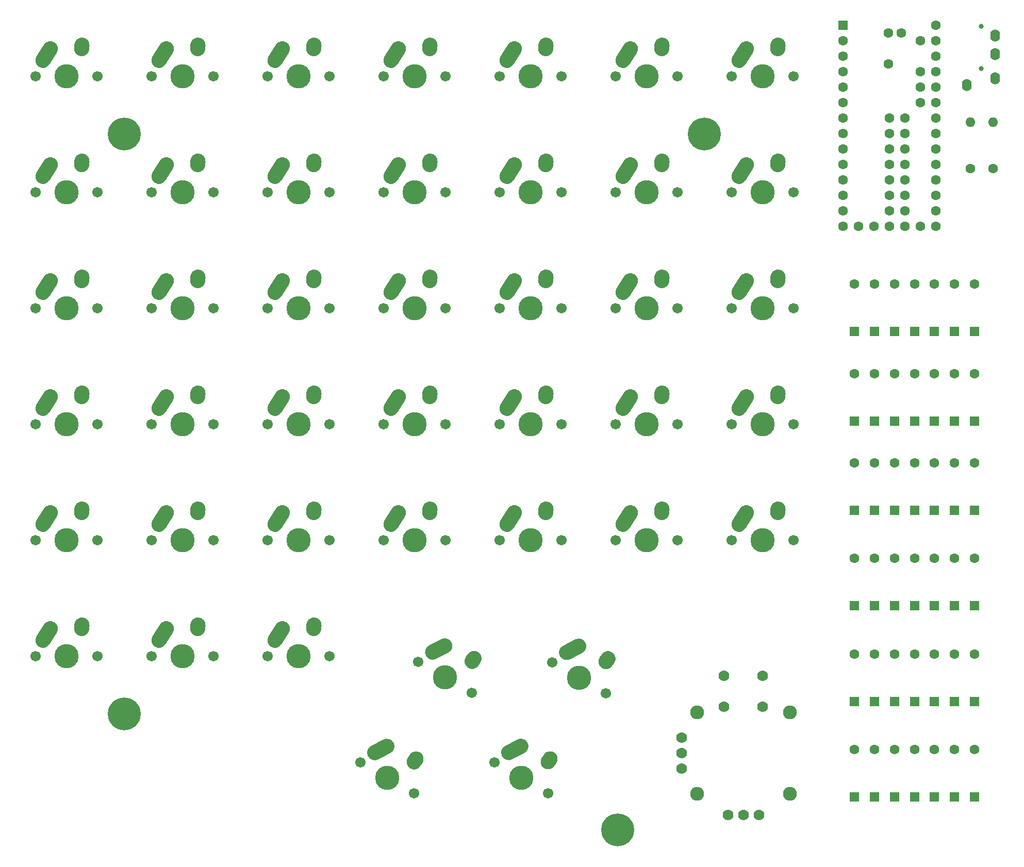
<source format=gts>
%TF.GenerationSoftware,KiCad,Pcbnew,(5.1.9)-1*%
%TF.CreationDate,2021-04-22T01:41:48-06:00*%
%TF.ProjectId,Left Keyboard,4c656674-204b-4657-9962-6f6172642e6b,rev?*%
%TF.SameCoordinates,Original*%
%TF.FileFunction,Soldermask,Top*%
%TF.FilePolarity,Negative*%
%FSLAX46Y46*%
G04 Gerber Fmt 4.6, Leading zero omitted, Abs format (unit mm)*
G04 Created by KiCad (PCBNEW (5.1.9)-1) date 2021-04-22 01:41:48*
%MOMM*%
%LPD*%
G01*
G04 APERTURE LIST*
%ADD10C,1.701800*%
%ADD11C,3.987800*%
%ADD12R,1.600000X1.600000*%
%ADD13C,1.600000*%
%ADD14O,1.600000X1.600000*%
%ADD15O,1.600000X2.000000*%
%ADD16C,0.800000*%
%ADD17C,1.778000*%
%ADD18C,2.286000*%
%ADD19C,5.400000*%
G04 APERTURE END LIST*
%TO.C,K6-2*%
G36*
G01*
X172328171Y-44776809D02*
X172367619Y-44198153D01*
G75*
G02*
X173699743Y-43036067I1247105J-85019D01*
G01*
X173699743Y-43036067D01*
G75*
G02*
X174861829Y-44368191I-85019J-1247105D01*
G01*
X174822381Y-44946847D01*
G75*
G02*
X173490257Y-46108933I-1247105J85019D01*
G01*
X173490257Y-46108933D01*
G75*
G02*
X172328171Y-44776809I85019J1247105D01*
G01*
G37*
G36*
G01*
X166161299Y-46119690D02*
X167370223Y-44222060D01*
G75*
G02*
X169096087Y-43839446I1054239J-671625D01*
G01*
X169096087Y-43839446D01*
G75*
G02*
X169478701Y-45565310I-671625J-1054239D01*
G01*
X168269777Y-47462940D01*
G75*
G02*
X166543913Y-47845554I-1054239J671625D01*
G01*
X166543913Y-47845554D01*
G75*
G02*
X166161299Y-46119690I671625J1054239D01*
G01*
G37*
D10*
X176155000Y-49362500D03*
X165995000Y-49362500D03*
D11*
X171075000Y-49362500D03*
%TD*%
D12*
%TO.C,D1-1*%
X205212500Y-72275000D03*
D13*
X205212500Y-64475000D03*
%TD*%
%TO.C,D1-2*%
X205212500Y-79162500D03*
D12*
X205212500Y-86962500D03*
%TD*%
%TO.C,D1-3*%
X205212500Y-101650000D03*
D13*
X205212500Y-93850000D03*
%TD*%
%TO.C,D1-4*%
X205212500Y-109537500D03*
D12*
X205212500Y-117337500D03*
%TD*%
%TO.C,D1-5*%
X205212500Y-133025000D03*
D13*
X205212500Y-125225000D03*
%TD*%
%TO.C,D1-6*%
X205212500Y-140912500D03*
D12*
X205212500Y-148712500D03*
%TD*%
%TO.C,D2-1*%
X208500000Y-72275000D03*
D13*
X208500000Y-64475000D03*
%TD*%
%TO.C,D2-2*%
X208500000Y-79162500D03*
D12*
X208500000Y-86962500D03*
%TD*%
%TO.C,D2-3*%
X208500000Y-101650000D03*
D13*
X208500000Y-93850000D03*
%TD*%
%TO.C,D2-4*%
X208500000Y-109537500D03*
D12*
X208500000Y-117337500D03*
%TD*%
%TO.C,D2-5*%
X208500000Y-133025000D03*
D13*
X208500000Y-125225000D03*
%TD*%
%TO.C,D2-6*%
X208500000Y-140912500D03*
D12*
X208500000Y-148712500D03*
%TD*%
%TO.C,D3-1*%
X211787500Y-72275000D03*
D13*
X211787500Y-64475000D03*
%TD*%
%TO.C,D3-2*%
X211787500Y-79162500D03*
D12*
X211787500Y-86962500D03*
%TD*%
%TO.C,D3-3*%
X211787500Y-101650000D03*
D13*
X211787500Y-93850000D03*
%TD*%
%TO.C,D3-4*%
X211787500Y-109537500D03*
D12*
X211787500Y-117337500D03*
%TD*%
%TO.C,D3-5*%
X211787500Y-133025000D03*
D13*
X211787500Y-125225000D03*
%TD*%
%TO.C,D3-6*%
X211787500Y-140912500D03*
D12*
X211787500Y-148712500D03*
%TD*%
D13*
%TO.C,D4-1*%
X215075000Y-64475000D03*
D12*
X215075000Y-72275000D03*
%TD*%
%TO.C,D4-2*%
X215075000Y-86962500D03*
D13*
X215075000Y-79162500D03*
%TD*%
D12*
%TO.C,D4-3*%
X215075000Y-101650000D03*
D13*
X215075000Y-93850000D03*
%TD*%
%TO.C,D4-4*%
X215075000Y-109537500D03*
D12*
X215075000Y-117337500D03*
%TD*%
%TO.C,D4-5*%
X215075000Y-133025000D03*
D13*
X215075000Y-125225000D03*
%TD*%
%TO.C,D4-6*%
X215075000Y-140912500D03*
D12*
X215075000Y-148712500D03*
%TD*%
D13*
%TO.C,D5-1*%
X218362500Y-64475000D03*
D12*
X218362500Y-72275000D03*
%TD*%
%TO.C,D5-2*%
X218362500Y-86962500D03*
D13*
X218362500Y-79162500D03*
%TD*%
%TO.C,D5-3*%
X218362500Y-93850000D03*
D12*
X218362500Y-101650000D03*
%TD*%
%TO.C,D5-4*%
X218362500Y-117337500D03*
D13*
X218362500Y-109537500D03*
%TD*%
%TO.C,D5-5*%
X218362500Y-125225000D03*
D12*
X218362500Y-133025000D03*
%TD*%
%TO.C,D5-6*%
X218362500Y-148712500D03*
D13*
X218362500Y-140912500D03*
%TD*%
%TO.C,D6-1*%
X221650000Y-64475000D03*
D12*
X221650000Y-72275000D03*
%TD*%
%TO.C,D6-2*%
X221650000Y-86962500D03*
D13*
X221650000Y-79162500D03*
%TD*%
%TO.C,D6-3*%
X221650000Y-93850000D03*
D12*
X221650000Y-101650000D03*
%TD*%
%TO.C,D6-4*%
X221650000Y-117337500D03*
D13*
X221650000Y-109537500D03*
%TD*%
%TO.C,D6-5*%
X221650000Y-125225000D03*
D12*
X221650000Y-133025000D03*
%TD*%
%TO.C,D6-6*%
X221650000Y-148712500D03*
D13*
X221650000Y-140912500D03*
%TD*%
%TO.C,D7-1*%
X224937500Y-64475000D03*
D12*
X224937500Y-72275000D03*
%TD*%
%TO.C,D7-2*%
X224937500Y-86962500D03*
D13*
X224937500Y-79162500D03*
%TD*%
%TO.C,D7-3*%
X224937500Y-93850000D03*
D12*
X224937500Y-101650000D03*
%TD*%
%TO.C,D7-4*%
X224937500Y-117337500D03*
D13*
X224937500Y-109537500D03*
%TD*%
%TO.C,D7-5*%
X224937500Y-125225000D03*
D12*
X224937500Y-133025000D03*
%TD*%
%TO.C,D7-6*%
X224937500Y-148712500D03*
D13*
X224937500Y-140912500D03*
%TD*%
%TO.C,K1-1*%
G36*
G01*
X77078171Y-25726809D02*
X77117619Y-25148153D01*
G75*
G02*
X78449743Y-23986067I1247105J-85019D01*
G01*
X78449743Y-23986067D01*
G75*
G02*
X79611829Y-25318191I-85019J-1247105D01*
G01*
X79572381Y-25896847D01*
G75*
G02*
X78240257Y-27058933I-1247105J85019D01*
G01*
X78240257Y-27058933D01*
G75*
G02*
X77078171Y-25726809I85019J1247105D01*
G01*
G37*
G36*
G01*
X70911299Y-27069690D02*
X72120223Y-25172060D01*
G75*
G02*
X73846087Y-24789446I1054239J-671625D01*
G01*
X73846087Y-24789446D01*
G75*
G02*
X74228701Y-26515310I-671625J-1054239D01*
G01*
X73019777Y-28412940D01*
G75*
G02*
X71293913Y-28795554I-1054239J671625D01*
G01*
X71293913Y-28795554D01*
G75*
G02*
X70911299Y-27069690I671625J1054239D01*
G01*
G37*
D10*
X80905000Y-30312500D03*
X70745000Y-30312500D03*
D11*
X75825000Y-30312500D03*
%TD*%
%TO.C,K1-2*%
X75825000Y-49362500D03*
D10*
X70745000Y-49362500D03*
X80905000Y-49362500D03*
G36*
G01*
X70911299Y-46119690D02*
X72120223Y-44222060D01*
G75*
G02*
X73846087Y-43839446I1054239J-671625D01*
G01*
X73846087Y-43839446D01*
G75*
G02*
X74228701Y-45565310I-671625J-1054239D01*
G01*
X73019777Y-47462940D01*
G75*
G02*
X71293913Y-47845554I-1054239J671625D01*
G01*
X71293913Y-47845554D01*
G75*
G02*
X70911299Y-46119690I671625J1054239D01*
G01*
G37*
G36*
G01*
X77078171Y-44776809D02*
X77117619Y-44198153D01*
G75*
G02*
X78449743Y-43036067I1247105J-85019D01*
G01*
X78449743Y-43036067D01*
G75*
G02*
X79611829Y-44368191I-85019J-1247105D01*
G01*
X79572381Y-44946847D01*
G75*
G02*
X78240257Y-46108933I-1247105J85019D01*
G01*
X78240257Y-46108933D01*
G75*
G02*
X77078171Y-44776809I85019J1247105D01*
G01*
G37*
%TD*%
D11*
%TO.C,K1-3*%
X75825000Y-68412500D03*
D10*
X70745000Y-68412500D03*
X80905000Y-68412500D03*
G36*
G01*
X70911299Y-65169690D02*
X72120223Y-63272060D01*
G75*
G02*
X73846087Y-62889446I1054239J-671625D01*
G01*
X73846087Y-62889446D01*
G75*
G02*
X74228701Y-64615310I-671625J-1054239D01*
G01*
X73019777Y-66512940D01*
G75*
G02*
X71293913Y-66895554I-1054239J671625D01*
G01*
X71293913Y-66895554D01*
G75*
G02*
X70911299Y-65169690I671625J1054239D01*
G01*
G37*
G36*
G01*
X77078171Y-63826809D02*
X77117619Y-63248153D01*
G75*
G02*
X78449743Y-62086067I1247105J-85019D01*
G01*
X78449743Y-62086067D01*
G75*
G02*
X79611829Y-63418191I-85019J-1247105D01*
G01*
X79572381Y-63996847D01*
G75*
G02*
X78240257Y-65158933I-1247105J85019D01*
G01*
X78240257Y-65158933D01*
G75*
G02*
X77078171Y-63826809I85019J1247105D01*
G01*
G37*
%TD*%
%TO.C,K1-4*%
G36*
G01*
X77078171Y-82876809D02*
X77117619Y-82298153D01*
G75*
G02*
X78449743Y-81136067I1247105J-85019D01*
G01*
X78449743Y-81136067D01*
G75*
G02*
X79611829Y-82468191I-85019J-1247105D01*
G01*
X79572381Y-83046847D01*
G75*
G02*
X78240257Y-84208933I-1247105J85019D01*
G01*
X78240257Y-84208933D01*
G75*
G02*
X77078171Y-82876809I85019J1247105D01*
G01*
G37*
G36*
G01*
X70911299Y-84219690D02*
X72120223Y-82322060D01*
G75*
G02*
X73846087Y-81939446I1054239J-671625D01*
G01*
X73846087Y-81939446D01*
G75*
G02*
X74228701Y-83665310I-671625J-1054239D01*
G01*
X73019777Y-85562940D01*
G75*
G02*
X71293913Y-85945554I-1054239J671625D01*
G01*
X71293913Y-85945554D01*
G75*
G02*
X70911299Y-84219690I671625J1054239D01*
G01*
G37*
X80905000Y-87462500D03*
X70745000Y-87462500D03*
D11*
X75825000Y-87462500D03*
%TD*%
%TO.C,K1-5*%
G36*
G01*
X77078171Y-101926809D02*
X77117619Y-101348153D01*
G75*
G02*
X78449743Y-100186067I1247105J-85019D01*
G01*
X78449743Y-100186067D01*
G75*
G02*
X79611829Y-101518191I-85019J-1247105D01*
G01*
X79572381Y-102096847D01*
G75*
G02*
X78240257Y-103258933I-1247105J85019D01*
G01*
X78240257Y-103258933D01*
G75*
G02*
X77078171Y-101926809I85019J1247105D01*
G01*
G37*
G36*
G01*
X70911299Y-103269690D02*
X72120223Y-101372060D01*
G75*
G02*
X73846087Y-100989446I1054239J-671625D01*
G01*
X73846087Y-100989446D01*
G75*
G02*
X74228701Y-102715310I-671625J-1054239D01*
G01*
X73019777Y-104612940D01*
G75*
G02*
X71293913Y-104995554I-1054239J671625D01*
G01*
X71293913Y-104995554D01*
G75*
G02*
X70911299Y-103269690I671625J1054239D01*
G01*
G37*
D10*
X80905000Y-106512500D03*
X70745000Y-106512500D03*
D11*
X75825000Y-106512500D03*
%TD*%
%TO.C,K1-6*%
X75825000Y-125562500D03*
D10*
X70745000Y-125562500D03*
X80905000Y-125562500D03*
G36*
G01*
X70911299Y-122319690D02*
X72120223Y-120422060D01*
G75*
G02*
X73846087Y-120039446I1054239J-671625D01*
G01*
X73846087Y-120039446D01*
G75*
G02*
X74228701Y-121765310I-671625J-1054239D01*
G01*
X73019777Y-123662940D01*
G75*
G02*
X71293913Y-124045554I-1054239J671625D01*
G01*
X71293913Y-124045554D01*
G75*
G02*
X70911299Y-122319690I671625J1054239D01*
G01*
G37*
G36*
G01*
X77078171Y-120976809D02*
X77117619Y-120398153D01*
G75*
G02*
X78449743Y-119236067I1247105J-85019D01*
G01*
X78449743Y-119236067D01*
G75*
G02*
X79611829Y-120568191I-85019J-1247105D01*
G01*
X79572381Y-121146847D01*
G75*
G02*
X78240257Y-122308933I-1247105J85019D01*
G01*
X78240257Y-122308933D01*
G75*
G02*
X77078171Y-120976809I85019J1247105D01*
G01*
G37*
%TD*%
%TO.C,K2-1*%
G36*
G01*
X96128171Y-25726809D02*
X96167619Y-25148153D01*
G75*
G02*
X97499743Y-23986067I1247105J-85019D01*
G01*
X97499743Y-23986067D01*
G75*
G02*
X98661829Y-25318191I-85019J-1247105D01*
G01*
X98622381Y-25896847D01*
G75*
G02*
X97290257Y-27058933I-1247105J85019D01*
G01*
X97290257Y-27058933D01*
G75*
G02*
X96128171Y-25726809I85019J1247105D01*
G01*
G37*
G36*
G01*
X89961299Y-27069690D02*
X91170223Y-25172060D01*
G75*
G02*
X92896087Y-24789446I1054239J-671625D01*
G01*
X92896087Y-24789446D01*
G75*
G02*
X93278701Y-26515310I-671625J-1054239D01*
G01*
X92069777Y-28412940D01*
G75*
G02*
X90343913Y-28795554I-1054239J671625D01*
G01*
X90343913Y-28795554D01*
G75*
G02*
X89961299Y-27069690I671625J1054239D01*
G01*
G37*
X99955000Y-30312500D03*
X89795000Y-30312500D03*
D11*
X94875000Y-30312500D03*
%TD*%
%TO.C,K2-2*%
X94875000Y-49362500D03*
D10*
X89795000Y-49362500D03*
X99955000Y-49362500D03*
G36*
G01*
X89961299Y-46119690D02*
X91170223Y-44222060D01*
G75*
G02*
X92896087Y-43839446I1054239J-671625D01*
G01*
X92896087Y-43839446D01*
G75*
G02*
X93278701Y-45565310I-671625J-1054239D01*
G01*
X92069777Y-47462940D01*
G75*
G02*
X90343913Y-47845554I-1054239J671625D01*
G01*
X90343913Y-47845554D01*
G75*
G02*
X89961299Y-46119690I671625J1054239D01*
G01*
G37*
G36*
G01*
X96128171Y-44776809D02*
X96167619Y-44198153D01*
G75*
G02*
X97499743Y-43036067I1247105J-85019D01*
G01*
X97499743Y-43036067D01*
G75*
G02*
X98661829Y-44368191I-85019J-1247105D01*
G01*
X98622381Y-44946847D01*
G75*
G02*
X97290257Y-46108933I-1247105J85019D01*
G01*
X97290257Y-46108933D01*
G75*
G02*
X96128171Y-44776809I85019J1247105D01*
G01*
G37*
%TD*%
%TO.C,K2-3*%
G36*
G01*
X96128171Y-63826809D02*
X96167619Y-63248153D01*
G75*
G02*
X97499743Y-62086067I1247105J-85019D01*
G01*
X97499743Y-62086067D01*
G75*
G02*
X98661829Y-63418191I-85019J-1247105D01*
G01*
X98622381Y-63996847D01*
G75*
G02*
X97290257Y-65158933I-1247105J85019D01*
G01*
X97290257Y-65158933D01*
G75*
G02*
X96128171Y-63826809I85019J1247105D01*
G01*
G37*
G36*
G01*
X89961299Y-65169690D02*
X91170223Y-63272060D01*
G75*
G02*
X92896087Y-62889446I1054239J-671625D01*
G01*
X92896087Y-62889446D01*
G75*
G02*
X93278701Y-64615310I-671625J-1054239D01*
G01*
X92069777Y-66512940D01*
G75*
G02*
X90343913Y-66895554I-1054239J671625D01*
G01*
X90343913Y-66895554D01*
G75*
G02*
X89961299Y-65169690I671625J1054239D01*
G01*
G37*
X99955000Y-68412500D03*
X89795000Y-68412500D03*
D11*
X94875000Y-68412500D03*
%TD*%
%TO.C,K2-4*%
X94875000Y-87462500D03*
D10*
X89795000Y-87462500D03*
X99955000Y-87462500D03*
G36*
G01*
X89961299Y-84219690D02*
X91170223Y-82322060D01*
G75*
G02*
X92896087Y-81939446I1054239J-671625D01*
G01*
X92896087Y-81939446D01*
G75*
G02*
X93278701Y-83665310I-671625J-1054239D01*
G01*
X92069777Y-85562940D01*
G75*
G02*
X90343913Y-85945554I-1054239J671625D01*
G01*
X90343913Y-85945554D01*
G75*
G02*
X89961299Y-84219690I671625J1054239D01*
G01*
G37*
G36*
G01*
X96128171Y-82876809D02*
X96167619Y-82298153D01*
G75*
G02*
X97499743Y-81136067I1247105J-85019D01*
G01*
X97499743Y-81136067D01*
G75*
G02*
X98661829Y-82468191I-85019J-1247105D01*
G01*
X98622381Y-83046847D01*
G75*
G02*
X97290257Y-84208933I-1247105J85019D01*
G01*
X97290257Y-84208933D01*
G75*
G02*
X96128171Y-82876809I85019J1247105D01*
G01*
G37*
%TD*%
%TO.C,K2-5*%
G36*
G01*
X96128171Y-101926809D02*
X96167619Y-101348153D01*
G75*
G02*
X97499743Y-100186067I1247105J-85019D01*
G01*
X97499743Y-100186067D01*
G75*
G02*
X98661829Y-101518191I-85019J-1247105D01*
G01*
X98622381Y-102096847D01*
G75*
G02*
X97290257Y-103258933I-1247105J85019D01*
G01*
X97290257Y-103258933D01*
G75*
G02*
X96128171Y-101926809I85019J1247105D01*
G01*
G37*
G36*
G01*
X89961299Y-103269690D02*
X91170223Y-101372060D01*
G75*
G02*
X92896087Y-100989446I1054239J-671625D01*
G01*
X92896087Y-100989446D01*
G75*
G02*
X93278701Y-102715310I-671625J-1054239D01*
G01*
X92069777Y-104612940D01*
G75*
G02*
X90343913Y-104995554I-1054239J671625D01*
G01*
X90343913Y-104995554D01*
G75*
G02*
X89961299Y-103269690I671625J1054239D01*
G01*
G37*
X99955000Y-106512500D03*
X89795000Y-106512500D03*
D11*
X94875000Y-106512500D03*
%TD*%
%TO.C,K2-6*%
X94875000Y-125562500D03*
D10*
X89795000Y-125562500D03*
X99955000Y-125562500D03*
G36*
G01*
X89961299Y-122319690D02*
X91170223Y-120422060D01*
G75*
G02*
X92896087Y-120039446I1054239J-671625D01*
G01*
X92896087Y-120039446D01*
G75*
G02*
X93278701Y-121765310I-671625J-1054239D01*
G01*
X92069777Y-123662940D01*
G75*
G02*
X90343913Y-124045554I-1054239J671625D01*
G01*
X90343913Y-124045554D01*
G75*
G02*
X89961299Y-122319690I671625J1054239D01*
G01*
G37*
G36*
G01*
X96128171Y-120976809D02*
X96167619Y-120398153D01*
G75*
G02*
X97499743Y-119236067I1247105J-85019D01*
G01*
X97499743Y-119236067D01*
G75*
G02*
X98661829Y-120568191I-85019J-1247105D01*
G01*
X98622381Y-121146847D01*
G75*
G02*
X97290257Y-122308933I-1247105J85019D01*
G01*
X97290257Y-122308933D01*
G75*
G02*
X96128171Y-120976809I85019J1247105D01*
G01*
G37*
%TD*%
D11*
%TO.C,K3-1*%
X113925000Y-30312500D03*
D10*
X108845000Y-30312500D03*
X119005000Y-30312500D03*
G36*
G01*
X109011299Y-27069690D02*
X110220223Y-25172060D01*
G75*
G02*
X111946087Y-24789446I1054239J-671625D01*
G01*
X111946087Y-24789446D01*
G75*
G02*
X112328701Y-26515310I-671625J-1054239D01*
G01*
X111119777Y-28412940D01*
G75*
G02*
X109393913Y-28795554I-1054239J671625D01*
G01*
X109393913Y-28795554D01*
G75*
G02*
X109011299Y-27069690I671625J1054239D01*
G01*
G37*
G36*
G01*
X115178171Y-25726809D02*
X115217619Y-25148153D01*
G75*
G02*
X116549743Y-23986067I1247105J-85019D01*
G01*
X116549743Y-23986067D01*
G75*
G02*
X117711829Y-25318191I-85019J-1247105D01*
G01*
X117672381Y-25896847D01*
G75*
G02*
X116340257Y-27058933I-1247105J85019D01*
G01*
X116340257Y-27058933D01*
G75*
G02*
X115178171Y-25726809I85019J1247105D01*
G01*
G37*
%TD*%
D11*
%TO.C,K3-2*%
X113925000Y-49362500D03*
D10*
X108845000Y-49362500D03*
X119005000Y-49362500D03*
G36*
G01*
X109011299Y-46119690D02*
X110220223Y-44222060D01*
G75*
G02*
X111946087Y-43839446I1054239J-671625D01*
G01*
X111946087Y-43839446D01*
G75*
G02*
X112328701Y-45565310I-671625J-1054239D01*
G01*
X111119777Y-47462940D01*
G75*
G02*
X109393913Y-47845554I-1054239J671625D01*
G01*
X109393913Y-47845554D01*
G75*
G02*
X109011299Y-46119690I671625J1054239D01*
G01*
G37*
G36*
G01*
X115178171Y-44776809D02*
X115217619Y-44198153D01*
G75*
G02*
X116549743Y-43036067I1247105J-85019D01*
G01*
X116549743Y-43036067D01*
G75*
G02*
X117711829Y-44368191I-85019J-1247105D01*
G01*
X117672381Y-44946847D01*
G75*
G02*
X116340257Y-46108933I-1247105J85019D01*
G01*
X116340257Y-46108933D01*
G75*
G02*
X115178171Y-44776809I85019J1247105D01*
G01*
G37*
%TD*%
%TO.C,K3-3*%
G36*
G01*
X115178171Y-63826809D02*
X115217619Y-63248153D01*
G75*
G02*
X116549743Y-62086067I1247105J-85019D01*
G01*
X116549743Y-62086067D01*
G75*
G02*
X117711829Y-63418191I-85019J-1247105D01*
G01*
X117672381Y-63996847D01*
G75*
G02*
X116340257Y-65158933I-1247105J85019D01*
G01*
X116340257Y-65158933D01*
G75*
G02*
X115178171Y-63826809I85019J1247105D01*
G01*
G37*
G36*
G01*
X109011299Y-65169690D02*
X110220223Y-63272060D01*
G75*
G02*
X111946087Y-62889446I1054239J-671625D01*
G01*
X111946087Y-62889446D01*
G75*
G02*
X112328701Y-64615310I-671625J-1054239D01*
G01*
X111119777Y-66512940D01*
G75*
G02*
X109393913Y-66895554I-1054239J671625D01*
G01*
X109393913Y-66895554D01*
G75*
G02*
X109011299Y-65169690I671625J1054239D01*
G01*
G37*
X119005000Y-68412500D03*
X108845000Y-68412500D03*
D11*
X113925000Y-68412500D03*
%TD*%
%TO.C,K3-4*%
X113925000Y-87462500D03*
D10*
X108845000Y-87462500D03*
X119005000Y-87462500D03*
G36*
G01*
X109011299Y-84219690D02*
X110220223Y-82322060D01*
G75*
G02*
X111946087Y-81939446I1054239J-671625D01*
G01*
X111946087Y-81939446D01*
G75*
G02*
X112328701Y-83665310I-671625J-1054239D01*
G01*
X111119777Y-85562940D01*
G75*
G02*
X109393913Y-85945554I-1054239J671625D01*
G01*
X109393913Y-85945554D01*
G75*
G02*
X109011299Y-84219690I671625J1054239D01*
G01*
G37*
G36*
G01*
X115178171Y-82876809D02*
X115217619Y-82298153D01*
G75*
G02*
X116549743Y-81136067I1247105J-85019D01*
G01*
X116549743Y-81136067D01*
G75*
G02*
X117711829Y-82468191I-85019J-1247105D01*
G01*
X117672381Y-83046847D01*
G75*
G02*
X116340257Y-84208933I-1247105J85019D01*
G01*
X116340257Y-84208933D01*
G75*
G02*
X115178171Y-82876809I85019J1247105D01*
G01*
G37*
%TD*%
%TO.C,K3-5*%
G36*
G01*
X115178171Y-101926809D02*
X115217619Y-101348153D01*
G75*
G02*
X116549743Y-100186067I1247105J-85019D01*
G01*
X116549743Y-100186067D01*
G75*
G02*
X117711829Y-101518191I-85019J-1247105D01*
G01*
X117672381Y-102096847D01*
G75*
G02*
X116340257Y-103258933I-1247105J85019D01*
G01*
X116340257Y-103258933D01*
G75*
G02*
X115178171Y-101926809I85019J1247105D01*
G01*
G37*
G36*
G01*
X109011299Y-103269690D02*
X110220223Y-101372060D01*
G75*
G02*
X111946087Y-100989446I1054239J-671625D01*
G01*
X111946087Y-100989446D01*
G75*
G02*
X112328701Y-102715310I-671625J-1054239D01*
G01*
X111119777Y-104612940D01*
G75*
G02*
X109393913Y-104995554I-1054239J671625D01*
G01*
X109393913Y-104995554D01*
G75*
G02*
X109011299Y-103269690I671625J1054239D01*
G01*
G37*
X119005000Y-106512500D03*
X108845000Y-106512500D03*
D11*
X113925000Y-106512500D03*
%TD*%
%TO.C,K3-6*%
X113925000Y-125562500D03*
D10*
X108845000Y-125562500D03*
X119005000Y-125562500D03*
G36*
G01*
X109011299Y-122319690D02*
X110220223Y-120422060D01*
G75*
G02*
X111946087Y-120039446I1054239J-671625D01*
G01*
X111946087Y-120039446D01*
G75*
G02*
X112328701Y-121765310I-671625J-1054239D01*
G01*
X111119777Y-123662940D01*
G75*
G02*
X109393913Y-124045554I-1054239J671625D01*
G01*
X109393913Y-124045554D01*
G75*
G02*
X109011299Y-122319690I671625J1054239D01*
G01*
G37*
G36*
G01*
X115178171Y-120976809D02*
X115217619Y-120398153D01*
G75*
G02*
X116549743Y-119236067I1247105J-85019D01*
G01*
X116549743Y-119236067D01*
G75*
G02*
X117711829Y-120568191I-85019J-1247105D01*
G01*
X117672381Y-121146847D01*
G75*
G02*
X116340257Y-122308933I-1247105J85019D01*
G01*
X116340257Y-122308933D01*
G75*
G02*
X115178171Y-120976809I85019J1247105D01*
G01*
G37*
%TD*%
%TO.C,K4-1*%
G36*
G01*
X134228171Y-25726809D02*
X134267619Y-25148153D01*
G75*
G02*
X135599743Y-23986067I1247105J-85019D01*
G01*
X135599743Y-23986067D01*
G75*
G02*
X136761829Y-25318191I-85019J-1247105D01*
G01*
X136722381Y-25896847D01*
G75*
G02*
X135390257Y-27058933I-1247105J85019D01*
G01*
X135390257Y-27058933D01*
G75*
G02*
X134228171Y-25726809I85019J1247105D01*
G01*
G37*
G36*
G01*
X128061299Y-27069690D02*
X129270223Y-25172060D01*
G75*
G02*
X130996087Y-24789446I1054239J-671625D01*
G01*
X130996087Y-24789446D01*
G75*
G02*
X131378701Y-26515310I-671625J-1054239D01*
G01*
X130169777Y-28412940D01*
G75*
G02*
X128443913Y-28795554I-1054239J671625D01*
G01*
X128443913Y-28795554D01*
G75*
G02*
X128061299Y-27069690I671625J1054239D01*
G01*
G37*
X138055000Y-30312500D03*
X127895000Y-30312500D03*
D11*
X132975000Y-30312500D03*
%TD*%
%TO.C,K4-2*%
X132975000Y-49362500D03*
D10*
X127895000Y-49362500D03*
X138055000Y-49362500D03*
G36*
G01*
X128061299Y-46119690D02*
X129270223Y-44222060D01*
G75*
G02*
X130996087Y-43839446I1054239J-671625D01*
G01*
X130996087Y-43839446D01*
G75*
G02*
X131378701Y-45565310I-671625J-1054239D01*
G01*
X130169777Y-47462940D01*
G75*
G02*
X128443913Y-47845554I-1054239J671625D01*
G01*
X128443913Y-47845554D01*
G75*
G02*
X128061299Y-46119690I671625J1054239D01*
G01*
G37*
G36*
G01*
X134228171Y-44776809D02*
X134267619Y-44198153D01*
G75*
G02*
X135599743Y-43036067I1247105J-85019D01*
G01*
X135599743Y-43036067D01*
G75*
G02*
X136761829Y-44368191I-85019J-1247105D01*
G01*
X136722381Y-44946847D01*
G75*
G02*
X135390257Y-46108933I-1247105J85019D01*
G01*
X135390257Y-46108933D01*
G75*
G02*
X134228171Y-44776809I85019J1247105D01*
G01*
G37*
%TD*%
%TO.C,K4-3*%
G36*
G01*
X134228171Y-63826809D02*
X134267619Y-63248153D01*
G75*
G02*
X135599743Y-62086067I1247105J-85019D01*
G01*
X135599743Y-62086067D01*
G75*
G02*
X136761829Y-63418191I-85019J-1247105D01*
G01*
X136722381Y-63996847D01*
G75*
G02*
X135390257Y-65158933I-1247105J85019D01*
G01*
X135390257Y-65158933D01*
G75*
G02*
X134228171Y-63826809I85019J1247105D01*
G01*
G37*
G36*
G01*
X128061299Y-65169690D02*
X129270223Y-63272060D01*
G75*
G02*
X130996087Y-62889446I1054239J-671625D01*
G01*
X130996087Y-62889446D01*
G75*
G02*
X131378701Y-64615310I-671625J-1054239D01*
G01*
X130169777Y-66512940D01*
G75*
G02*
X128443913Y-66895554I-1054239J671625D01*
G01*
X128443913Y-66895554D01*
G75*
G02*
X128061299Y-65169690I671625J1054239D01*
G01*
G37*
X138055000Y-68412500D03*
X127895000Y-68412500D03*
D11*
X132975000Y-68412500D03*
%TD*%
%TO.C,K4-4*%
X132975000Y-87462500D03*
D10*
X127895000Y-87462500D03*
X138055000Y-87462500D03*
G36*
G01*
X128061299Y-84219690D02*
X129270223Y-82322060D01*
G75*
G02*
X130996087Y-81939446I1054239J-671625D01*
G01*
X130996087Y-81939446D01*
G75*
G02*
X131378701Y-83665310I-671625J-1054239D01*
G01*
X130169777Y-85562940D01*
G75*
G02*
X128443913Y-85945554I-1054239J671625D01*
G01*
X128443913Y-85945554D01*
G75*
G02*
X128061299Y-84219690I671625J1054239D01*
G01*
G37*
G36*
G01*
X134228171Y-82876809D02*
X134267619Y-82298153D01*
G75*
G02*
X135599743Y-81136067I1247105J-85019D01*
G01*
X135599743Y-81136067D01*
G75*
G02*
X136761829Y-82468191I-85019J-1247105D01*
G01*
X136722381Y-83046847D01*
G75*
G02*
X135390257Y-84208933I-1247105J85019D01*
G01*
X135390257Y-84208933D01*
G75*
G02*
X134228171Y-82876809I85019J1247105D01*
G01*
G37*
%TD*%
%TO.C,K4-5*%
G36*
G01*
X134228171Y-101926809D02*
X134267619Y-101348153D01*
G75*
G02*
X135599743Y-100186067I1247105J-85019D01*
G01*
X135599743Y-100186067D01*
G75*
G02*
X136761829Y-101518191I-85019J-1247105D01*
G01*
X136722381Y-102096847D01*
G75*
G02*
X135390257Y-103258933I-1247105J85019D01*
G01*
X135390257Y-103258933D01*
G75*
G02*
X134228171Y-101926809I85019J1247105D01*
G01*
G37*
G36*
G01*
X128061299Y-103269690D02*
X129270223Y-101372060D01*
G75*
G02*
X130996087Y-100989446I1054239J-671625D01*
G01*
X130996087Y-100989446D01*
G75*
G02*
X131378701Y-102715310I-671625J-1054239D01*
G01*
X130169777Y-104612940D01*
G75*
G02*
X128443913Y-104995554I-1054239J671625D01*
G01*
X128443913Y-104995554D01*
G75*
G02*
X128061299Y-103269690I671625J1054239D01*
G01*
G37*
X138055000Y-106512500D03*
X127895000Y-106512500D03*
D11*
X132975000Y-106512500D03*
%TD*%
%TO.C,K4-6*%
X138012500Y-129100000D03*
D10*
X133613091Y-126560000D03*
X142411909Y-131640000D03*
G36*
G01*
X135378514Y-123834794D02*
X137374288Y-122795860D01*
G75*
G02*
X139060238Y-123327438I577186J-1108764D01*
G01*
X139060238Y-123327438D01*
G75*
G02*
X138528660Y-125013388I-1108764J-577186D01*
G01*
X136532886Y-126052322D01*
G75*
G02*
X134846936Y-125520744I-577186J1108764D01*
G01*
X134846936Y-125520744D01*
G75*
G02*
X135378514Y-123834794I1108764J577186D01*
G01*
G37*
G36*
G01*
X141390623Y-125755261D02*
X141714115Y-125273853D01*
G75*
G02*
X143448811Y-124933519I1037515J-697181D01*
G01*
X143448811Y-124933519D01*
G75*
G02*
X143789145Y-126668215I-697181J-1037515D01*
G01*
X143465653Y-127149623D01*
G75*
G02*
X141730957Y-127489957I-1037515J697181D01*
G01*
X141730957Y-127489957D01*
G75*
G02*
X141390623Y-125755261I697181J1037515D01*
G01*
G37*
%TD*%
%TO.C,K5-1*%
G36*
G01*
X153278171Y-25726809D02*
X153317619Y-25148153D01*
G75*
G02*
X154649743Y-23986067I1247105J-85019D01*
G01*
X154649743Y-23986067D01*
G75*
G02*
X155811829Y-25318191I-85019J-1247105D01*
G01*
X155772381Y-25896847D01*
G75*
G02*
X154440257Y-27058933I-1247105J85019D01*
G01*
X154440257Y-27058933D01*
G75*
G02*
X153278171Y-25726809I85019J1247105D01*
G01*
G37*
G36*
G01*
X147111299Y-27069690D02*
X148320223Y-25172060D01*
G75*
G02*
X150046087Y-24789446I1054239J-671625D01*
G01*
X150046087Y-24789446D01*
G75*
G02*
X150428701Y-26515310I-671625J-1054239D01*
G01*
X149219777Y-28412940D01*
G75*
G02*
X147493913Y-28795554I-1054239J671625D01*
G01*
X147493913Y-28795554D01*
G75*
G02*
X147111299Y-27069690I671625J1054239D01*
G01*
G37*
X157105000Y-30312500D03*
X146945000Y-30312500D03*
D11*
X152025000Y-30312500D03*
%TD*%
%TO.C,K5-2*%
X152025000Y-49362500D03*
D10*
X146945000Y-49362500D03*
X157105000Y-49362500D03*
G36*
G01*
X147111299Y-46119690D02*
X148320223Y-44222060D01*
G75*
G02*
X150046087Y-43839446I1054239J-671625D01*
G01*
X150046087Y-43839446D01*
G75*
G02*
X150428701Y-45565310I-671625J-1054239D01*
G01*
X149219777Y-47462940D01*
G75*
G02*
X147493913Y-47845554I-1054239J671625D01*
G01*
X147493913Y-47845554D01*
G75*
G02*
X147111299Y-46119690I671625J1054239D01*
G01*
G37*
G36*
G01*
X153278171Y-44776809D02*
X153317619Y-44198153D01*
G75*
G02*
X154649743Y-43036067I1247105J-85019D01*
G01*
X154649743Y-43036067D01*
G75*
G02*
X155811829Y-44368191I-85019J-1247105D01*
G01*
X155772381Y-44946847D01*
G75*
G02*
X154440257Y-46108933I-1247105J85019D01*
G01*
X154440257Y-46108933D01*
G75*
G02*
X153278171Y-44776809I85019J1247105D01*
G01*
G37*
%TD*%
%TO.C,K5-3*%
G36*
G01*
X153278171Y-63826809D02*
X153317619Y-63248153D01*
G75*
G02*
X154649743Y-62086067I1247105J-85019D01*
G01*
X154649743Y-62086067D01*
G75*
G02*
X155811829Y-63418191I-85019J-1247105D01*
G01*
X155772381Y-63996847D01*
G75*
G02*
X154440257Y-65158933I-1247105J85019D01*
G01*
X154440257Y-65158933D01*
G75*
G02*
X153278171Y-63826809I85019J1247105D01*
G01*
G37*
G36*
G01*
X147111299Y-65169690D02*
X148320223Y-63272060D01*
G75*
G02*
X150046087Y-62889446I1054239J-671625D01*
G01*
X150046087Y-62889446D01*
G75*
G02*
X150428701Y-64615310I-671625J-1054239D01*
G01*
X149219777Y-66512940D01*
G75*
G02*
X147493913Y-66895554I-1054239J671625D01*
G01*
X147493913Y-66895554D01*
G75*
G02*
X147111299Y-65169690I671625J1054239D01*
G01*
G37*
X157105000Y-68412500D03*
X146945000Y-68412500D03*
D11*
X152025000Y-68412500D03*
%TD*%
%TO.C,K5-4*%
G36*
G01*
X153278171Y-82876809D02*
X153317619Y-82298153D01*
G75*
G02*
X154649743Y-81136067I1247105J-85019D01*
G01*
X154649743Y-81136067D01*
G75*
G02*
X155811829Y-82468191I-85019J-1247105D01*
G01*
X155772381Y-83046847D01*
G75*
G02*
X154440257Y-84208933I-1247105J85019D01*
G01*
X154440257Y-84208933D01*
G75*
G02*
X153278171Y-82876809I85019J1247105D01*
G01*
G37*
G36*
G01*
X147111299Y-84219690D02*
X148320223Y-82322060D01*
G75*
G02*
X150046087Y-81939446I1054239J-671625D01*
G01*
X150046087Y-81939446D01*
G75*
G02*
X150428701Y-83665310I-671625J-1054239D01*
G01*
X149219777Y-85562940D01*
G75*
G02*
X147493913Y-85945554I-1054239J671625D01*
G01*
X147493913Y-85945554D01*
G75*
G02*
X147111299Y-84219690I671625J1054239D01*
G01*
G37*
D10*
X157105000Y-87462500D03*
X146945000Y-87462500D03*
D11*
X152025000Y-87462500D03*
%TD*%
%TO.C,K5-5*%
X152025000Y-106512500D03*
D10*
X146945000Y-106512500D03*
X157105000Y-106512500D03*
G36*
G01*
X147111299Y-103269690D02*
X148320223Y-101372060D01*
G75*
G02*
X150046087Y-100989446I1054239J-671625D01*
G01*
X150046087Y-100989446D01*
G75*
G02*
X150428701Y-102715310I-671625J-1054239D01*
G01*
X149219777Y-104612940D01*
G75*
G02*
X147493913Y-104995554I-1054239J671625D01*
G01*
X147493913Y-104995554D01*
G75*
G02*
X147111299Y-103269690I671625J1054239D01*
G01*
G37*
G36*
G01*
X153278171Y-101926809D02*
X153317619Y-101348153D01*
G75*
G02*
X154649743Y-100186067I1247105J-85019D01*
G01*
X154649743Y-100186067D01*
G75*
G02*
X155811829Y-101518191I-85019J-1247105D01*
G01*
X155772381Y-102096847D01*
G75*
G02*
X154440257Y-103258933I-1247105J85019D01*
G01*
X154440257Y-103258933D01*
G75*
G02*
X153278171Y-101926809I85019J1247105D01*
G01*
G37*
%TD*%
%TO.C,K5-6*%
G36*
G01*
X131878123Y-142265261D02*
X132201615Y-141783853D01*
G75*
G02*
X133936311Y-141443519I1037515J-697181D01*
G01*
X133936311Y-141443519D01*
G75*
G02*
X134276645Y-143178215I-697181J-1037515D01*
G01*
X133953153Y-143659623D01*
G75*
G02*
X132218457Y-143999957I-1037515J697181D01*
G01*
X132218457Y-143999957D01*
G75*
G02*
X131878123Y-142265261I697181J1037515D01*
G01*
G37*
G36*
G01*
X125866014Y-140344794D02*
X127861788Y-139305860D01*
G75*
G02*
X129547738Y-139837438I577186J-1108764D01*
G01*
X129547738Y-139837438D01*
G75*
G02*
X129016160Y-141523388I-1108764J-577186D01*
G01*
X127020386Y-142562322D01*
G75*
G02*
X125334436Y-142030744I-577186J1108764D01*
G01*
X125334436Y-142030744D01*
G75*
G02*
X125866014Y-140344794I1108764J577186D01*
G01*
G37*
X132899409Y-148150000D03*
X124100591Y-143070000D03*
D11*
X128500000Y-145610000D03*
%TD*%
%TO.C,K6-1*%
X171075000Y-30312500D03*
D10*
X165995000Y-30312500D03*
X176155000Y-30312500D03*
G36*
G01*
X166161299Y-27069690D02*
X167370223Y-25172060D01*
G75*
G02*
X169096087Y-24789446I1054239J-671625D01*
G01*
X169096087Y-24789446D01*
G75*
G02*
X169478701Y-26515310I-671625J-1054239D01*
G01*
X168269777Y-28412940D01*
G75*
G02*
X166543913Y-28795554I-1054239J671625D01*
G01*
X166543913Y-28795554D01*
G75*
G02*
X166161299Y-27069690I671625J1054239D01*
G01*
G37*
G36*
G01*
X172328171Y-25726809D02*
X172367619Y-25148153D01*
G75*
G02*
X173699743Y-23986067I1247105J-85019D01*
G01*
X173699743Y-23986067D01*
G75*
G02*
X174861829Y-25318191I-85019J-1247105D01*
G01*
X174822381Y-25896847D01*
G75*
G02*
X173490257Y-27058933I-1247105J85019D01*
G01*
X173490257Y-27058933D01*
G75*
G02*
X172328171Y-25726809I85019J1247105D01*
G01*
G37*
%TD*%
D11*
%TO.C,K6-3*%
X171075000Y-68412500D03*
D10*
X165995000Y-68412500D03*
X176155000Y-68412500D03*
G36*
G01*
X166161299Y-65169690D02*
X167370223Y-63272060D01*
G75*
G02*
X169096087Y-62889446I1054239J-671625D01*
G01*
X169096087Y-62889446D01*
G75*
G02*
X169478701Y-64615310I-671625J-1054239D01*
G01*
X168269777Y-66512940D01*
G75*
G02*
X166543913Y-66895554I-1054239J671625D01*
G01*
X166543913Y-66895554D01*
G75*
G02*
X166161299Y-65169690I671625J1054239D01*
G01*
G37*
G36*
G01*
X172328171Y-63826809D02*
X172367619Y-63248153D01*
G75*
G02*
X173699743Y-62086067I1247105J-85019D01*
G01*
X173699743Y-62086067D01*
G75*
G02*
X174861829Y-63418191I-85019J-1247105D01*
G01*
X174822381Y-63996847D01*
G75*
G02*
X173490257Y-65158933I-1247105J85019D01*
G01*
X173490257Y-65158933D01*
G75*
G02*
X172328171Y-63826809I85019J1247105D01*
G01*
G37*
%TD*%
%TO.C,K6-4*%
G36*
G01*
X172328171Y-82876809D02*
X172367619Y-82298153D01*
G75*
G02*
X173699743Y-81136067I1247105J-85019D01*
G01*
X173699743Y-81136067D01*
G75*
G02*
X174861829Y-82468191I-85019J-1247105D01*
G01*
X174822381Y-83046847D01*
G75*
G02*
X173490257Y-84208933I-1247105J85019D01*
G01*
X173490257Y-84208933D01*
G75*
G02*
X172328171Y-82876809I85019J1247105D01*
G01*
G37*
G36*
G01*
X166161299Y-84219690D02*
X167370223Y-82322060D01*
G75*
G02*
X169096087Y-81939446I1054239J-671625D01*
G01*
X169096087Y-81939446D01*
G75*
G02*
X169478701Y-83665310I-671625J-1054239D01*
G01*
X168269777Y-85562940D01*
G75*
G02*
X166543913Y-85945554I-1054239J671625D01*
G01*
X166543913Y-85945554D01*
G75*
G02*
X166161299Y-84219690I671625J1054239D01*
G01*
G37*
X176155000Y-87462500D03*
X165995000Y-87462500D03*
D11*
X171075000Y-87462500D03*
%TD*%
%TO.C,K6-5*%
G36*
G01*
X172328171Y-101926809D02*
X172367619Y-101348153D01*
G75*
G02*
X173699743Y-100186067I1247105J-85019D01*
G01*
X173699743Y-100186067D01*
G75*
G02*
X174861829Y-101518191I-85019J-1247105D01*
G01*
X174822381Y-102096847D01*
G75*
G02*
X173490257Y-103258933I-1247105J85019D01*
G01*
X173490257Y-103258933D01*
G75*
G02*
X172328171Y-101926809I85019J1247105D01*
G01*
G37*
G36*
G01*
X166161299Y-103269690D02*
X167370223Y-101372060D01*
G75*
G02*
X169096087Y-100989446I1054239J-671625D01*
G01*
X169096087Y-100989446D01*
G75*
G02*
X169478701Y-102715310I-671625J-1054239D01*
G01*
X168269777Y-104612940D01*
G75*
G02*
X166543913Y-104995554I-1054239J671625D01*
G01*
X166543913Y-104995554D01*
G75*
G02*
X166161299Y-103269690I671625J1054239D01*
G01*
G37*
D10*
X176155000Y-106512500D03*
X165995000Y-106512500D03*
D11*
X171075000Y-106512500D03*
%TD*%
%TO.C,K6-6*%
X160000000Y-129150000D03*
D10*
X155600591Y-126610000D03*
X164399409Y-131690000D03*
G36*
G01*
X157366014Y-123884794D02*
X159361788Y-122845860D01*
G75*
G02*
X161047738Y-123377438I577186J-1108764D01*
G01*
X161047738Y-123377438D01*
G75*
G02*
X160516160Y-125063388I-1108764J-577186D01*
G01*
X158520386Y-126102322D01*
G75*
G02*
X156834436Y-125570744I-577186J1108764D01*
G01*
X156834436Y-125570744D01*
G75*
G02*
X157366014Y-123884794I1108764J577186D01*
G01*
G37*
G36*
G01*
X163378123Y-125805261D02*
X163701615Y-125323853D01*
G75*
G02*
X165436311Y-124983519I1037515J-697181D01*
G01*
X165436311Y-124983519D01*
G75*
G02*
X165776645Y-126718215I-697181J-1037515D01*
G01*
X165453153Y-127199623D01*
G75*
G02*
X163718457Y-127539957I-1037515J697181D01*
G01*
X163718457Y-127539957D01*
G75*
G02*
X163378123Y-125805261I697181J1037515D01*
G01*
G37*
%TD*%
%TO.C,K7-1*%
G36*
G01*
X191378171Y-25726809D02*
X191417619Y-25148153D01*
G75*
G02*
X192749743Y-23986067I1247105J-85019D01*
G01*
X192749743Y-23986067D01*
G75*
G02*
X193911829Y-25318191I-85019J-1247105D01*
G01*
X193872381Y-25896847D01*
G75*
G02*
X192540257Y-27058933I-1247105J85019D01*
G01*
X192540257Y-27058933D01*
G75*
G02*
X191378171Y-25726809I85019J1247105D01*
G01*
G37*
G36*
G01*
X185211299Y-27069690D02*
X186420223Y-25172060D01*
G75*
G02*
X188146087Y-24789446I1054239J-671625D01*
G01*
X188146087Y-24789446D01*
G75*
G02*
X188528701Y-26515310I-671625J-1054239D01*
G01*
X187319777Y-28412940D01*
G75*
G02*
X185593913Y-28795554I-1054239J671625D01*
G01*
X185593913Y-28795554D01*
G75*
G02*
X185211299Y-27069690I671625J1054239D01*
G01*
G37*
X195205000Y-30312500D03*
X185045000Y-30312500D03*
D11*
X190125000Y-30312500D03*
%TD*%
%TO.C,K7-2*%
X190125000Y-49362500D03*
D10*
X185045000Y-49362500D03*
X195205000Y-49362500D03*
G36*
G01*
X185211299Y-46119690D02*
X186420223Y-44222060D01*
G75*
G02*
X188146087Y-43839446I1054239J-671625D01*
G01*
X188146087Y-43839446D01*
G75*
G02*
X188528701Y-45565310I-671625J-1054239D01*
G01*
X187319777Y-47462940D01*
G75*
G02*
X185593913Y-47845554I-1054239J671625D01*
G01*
X185593913Y-47845554D01*
G75*
G02*
X185211299Y-46119690I671625J1054239D01*
G01*
G37*
G36*
G01*
X191378171Y-44776809D02*
X191417619Y-44198153D01*
G75*
G02*
X192749743Y-43036067I1247105J-85019D01*
G01*
X192749743Y-43036067D01*
G75*
G02*
X193911829Y-44368191I-85019J-1247105D01*
G01*
X193872381Y-44946847D01*
G75*
G02*
X192540257Y-46108933I-1247105J85019D01*
G01*
X192540257Y-46108933D01*
G75*
G02*
X191378171Y-44776809I85019J1247105D01*
G01*
G37*
%TD*%
%TO.C,K7-3*%
G36*
G01*
X191378171Y-63826809D02*
X191417619Y-63248153D01*
G75*
G02*
X192749743Y-62086067I1247105J-85019D01*
G01*
X192749743Y-62086067D01*
G75*
G02*
X193911829Y-63418191I-85019J-1247105D01*
G01*
X193872381Y-63996847D01*
G75*
G02*
X192540257Y-65158933I-1247105J85019D01*
G01*
X192540257Y-65158933D01*
G75*
G02*
X191378171Y-63826809I85019J1247105D01*
G01*
G37*
G36*
G01*
X185211299Y-65169690D02*
X186420223Y-63272060D01*
G75*
G02*
X188146087Y-62889446I1054239J-671625D01*
G01*
X188146087Y-62889446D01*
G75*
G02*
X188528701Y-64615310I-671625J-1054239D01*
G01*
X187319777Y-66512940D01*
G75*
G02*
X185593913Y-66895554I-1054239J671625D01*
G01*
X185593913Y-66895554D01*
G75*
G02*
X185211299Y-65169690I671625J1054239D01*
G01*
G37*
X195205000Y-68412500D03*
X185045000Y-68412500D03*
D11*
X190125000Y-68412500D03*
%TD*%
%TO.C,K7-4*%
X190125000Y-87462500D03*
D10*
X185045000Y-87462500D03*
X195205000Y-87462500D03*
G36*
G01*
X185211299Y-84219690D02*
X186420223Y-82322060D01*
G75*
G02*
X188146087Y-81939446I1054239J-671625D01*
G01*
X188146087Y-81939446D01*
G75*
G02*
X188528701Y-83665310I-671625J-1054239D01*
G01*
X187319777Y-85562940D01*
G75*
G02*
X185593913Y-85945554I-1054239J671625D01*
G01*
X185593913Y-85945554D01*
G75*
G02*
X185211299Y-84219690I671625J1054239D01*
G01*
G37*
G36*
G01*
X191378171Y-82876809D02*
X191417619Y-82298153D01*
G75*
G02*
X192749743Y-81136067I1247105J-85019D01*
G01*
X192749743Y-81136067D01*
G75*
G02*
X193911829Y-82468191I-85019J-1247105D01*
G01*
X193872381Y-83046847D01*
G75*
G02*
X192540257Y-84208933I-1247105J85019D01*
G01*
X192540257Y-84208933D01*
G75*
G02*
X191378171Y-82876809I85019J1247105D01*
G01*
G37*
%TD*%
%TO.C,K7-5*%
G36*
G01*
X191378171Y-101926809D02*
X191417619Y-101348153D01*
G75*
G02*
X192749743Y-100186067I1247105J-85019D01*
G01*
X192749743Y-100186067D01*
G75*
G02*
X193911829Y-101518191I-85019J-1247105D01*
G01*
X193872381Y-102096847D01*
G75*
G02*
X192540257Y-103258933I-1247105J85019D01*
G01*
X192540257Y-103258933D01*
G75*
G02*
X191378171Y-101926809I85019J1247105D01*
G01*
G37*
G36*
G01*
X185211299Y-103269690D02*
X186420223Y-101372060D01*
G75*
G02*
X188146087Y-100989446I1054239J-671625D01*
G01*
X188146087Y-100989446D01*
G75*
G02*
X188528701Y-102715310I-671625J-1054239D01*
G01*
X187319777Y-104612940D01*
G75*
G02*
X185593913Y-104995554I-1054239J671625D01*
G01*
X185593913Y-104995554D01*
G75*
G02*
X185211299Y-103269690I671625J1054239D01*
G01*
G37*
X195205000Y-106512500D03*
X185045000Y-106512500D03*
D11*
X190125000Y-106512500D03*
%TD*%
%TO.C,K7-6*%
X150500000Y-145590000D03*
D10*
X146100591Y-143050000D03*
X154899409Y-148130000D03*
G36*
G01*
X147866014Y-140324794D02*
X149861788Y-139285860D01*
G75*
G02*
X151547738Y-139817438I577186J-1108764D01*
G01*
X151547738Y-139817438D01*
G75*
G02*
X151016160Y-141503388I-1108764J-577186D01*
G01*
X149020386Y-142542322D01*
G75*
G02*
X147334436Y-142010744I-577186J1108764D01*
G01*
X147334436Y-142010744D01*
G75*
G02*
X147866014Y-140324794I1108764J577186D01*
G01*
G37*
G36*
G01*
X153878123Y-142245261D02*
X154201615Y-141763853D01*
G75*
G02*
X155936311Y-141423519I1037515J-697181D01*
G01*
X155936311Y-141423519D01*
G75*
G02*
X156276645Y-143158215I-697181J-1037515D01*
G01*
X155953153Y-143639623D01*
G75*
G02*
X154218457Y-143979957I-1037515J697181D01*
G01*
X154218457Y-143979957D01*
G75*
G02*
X153878123Y-142245261I697181J1037515D01*
G01*
G37*
%TD*%
D13*
%TO.C,R1*%
X224250000Y-45500000D03*
D14*
X224250000Y-37880000D03*
%TD*%
%TO.C,R2*%
X228000000Y-37880000D03*
D13*
X228000000Y-45500000D03*
%TD*%
D15*
%TO.C,TRRS1*%
X223700000Y-31800000D03*
X228300000Y-30700000D03*
X228300000Y-23700000D03*
D16*
X226000000Y-29100000D03*
X226000000Y-22100000D03*
D15*
X228300000Y-26700000D03*
%TD*%
D13*
%TO.C,U1*%
X211000000Y-55010000D03*
X213540000Y-55010000D03*
X216080000Y-55010000D03*
X218620000Y-55010000D03*
X208460000Y-55010000D03*
X205920000Y-55010000D03*
X203380000Y-55010000D03*
X218620000Y-52470000D03*
X218620000Y-49930000D03*
X218620000Y-47390000D03*
X218620000Y-44850000D03*
X218620000Y-42310000D03*
X218620000Y-39770000D03*
X218620000Y-37230000D03*
X218620000Y-34690000D03*
X218620000Y-32150000D03*
X218620000Y-29610000D03*
X218620000Y-27070000D03*
X218620000Y-24530000D03*
X218620000Y-21990000D03*
X216080000Y-24530000D03*
X216080000Y-29610000D03*
X216080000Y-32150000D03*
X216080000Y-34690000D03*
X203380000Y-52470000D03*
X203380000Y-49930000D03*
X203380000Y-47390000D03*
X203380000Y-44850000D03*
X203380000Y-42310000D03*
X203380000Y-39770000D03*
X203380000Y-37230000D03*
X203380000Y-34690000D03*
X203380000Y-32150000D03*
X203380000Y-29610000D03*
X203380000Y-27070000D03*
X203380000Y-24530000D03*
D12*
X203380000Y-21990000D03*
D13*
X210770000Y-23260000D03*
X212900000Y-23260000D03*
X213540000Y-49930000D03*
X213540000Y-52470000D03*
X211000000Y-52470000D03*
X213540000Y-47390000D03*
X213540000Y-44850000D03*
X211000000Y-49930000D03*
X211000000Y-47390000D03*
X213540000Y-42310000D03*
X211000000Y-44850000D03*
X213540000Y-39770000D03*
X213540000Y-37230000D03*
X211000000Y-42310000D03*
X210770000Y-28340000D03*
X211000000Y-39770000D03*
X211000000Y-37230000D03*
%TD*%
D17*
%TO.C,U2*%
X183825000Y-128800000D03*
X190175000Y-128800000D03*
X183825000Y-133880000D03*
X190175000Y-133880000D03*
X184460000Y-151660000D03*
X187000000Y-151660000D03*
X189540000Y-151660000D03*
D18*
X179380000Y-134832500D03*
X179380000Y-148167500D03*
X194620000Y-148167500D03*
X194620000Y-134832500D03*
D17*
X176840000Y-138960000D03*
X176840000Y-141500000D03*
X176840000Y-144040000D03*
%TD*%
D19*
%TO.C,H1*%
X180600000Y-39837500D03*
%TD*%
%TO.C,H2*%
X166312500Y-154137500D03*
%TD*%
%TO.C,H3*%
X85350000Y-39837500D03*
%TD*%
%TO.C,H4*%
X85350000Y-135087500D03*
%TD*%
M02*

</source>
